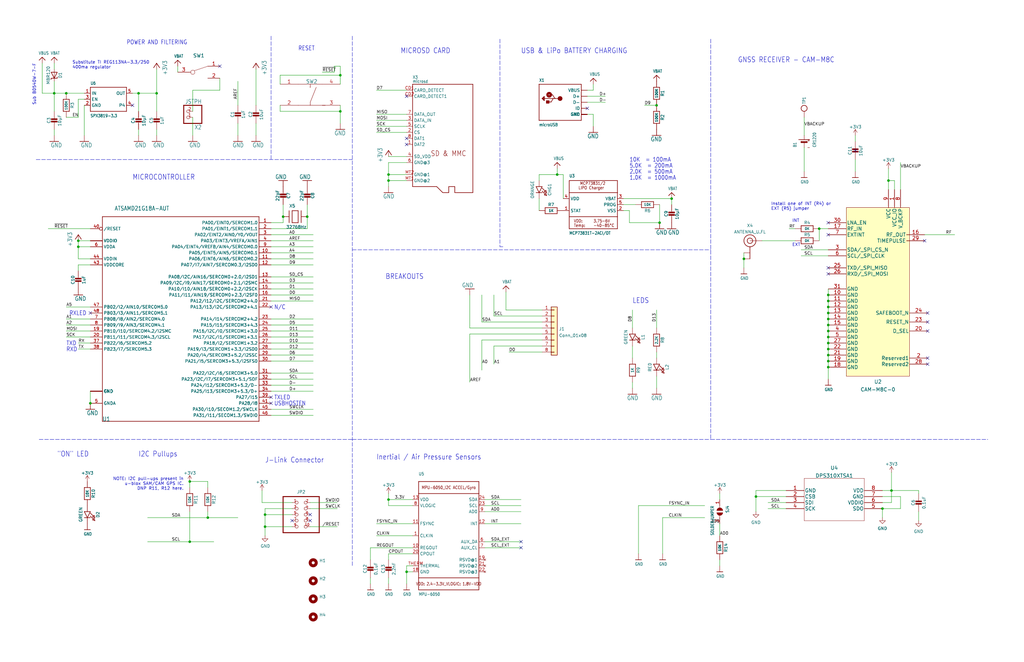
<source format=kicad_sch>
(kicad_sch (version 20211123) (generator eeschema)
  (paper "B")
  (title_block (title "Dropkick") (date "2022-01-27") (rev "V3") (company "Riley Rainey") (comment 1 "Open Hardware"))
  (junction (at 163.83 73.66))
  (junction (at 119.38 91.44))
  (junction (at 38.1 170.18))
  (junction (at 87.63 218.44))
  (junction (at 349.25 129.54))
  (junction (at 163.83 210.82))
  (junction (at 349.25 142.24))
  (junction (at 349.25 134.62))
  (junction (at 318.77 209.55))
  (junction (at 283.21 83.82))
  (junction (at 349.25 124.46))
  (junction (at 349.25 144.78))
  (junction (at 111.76 222.25))
  (junction (at 349.25 154.94))
  (junction (at 372.11 214.63))
  (junction (at 278.13 93.98))
  (junction (at 111.76 217.17))
  (junction (at 33.02 101.6))
  (junction (at 129.54 91.44))
  (junction (at 276.86 44.45))
  (junction (at 143.51 46.99))
  (junction (at 22.86 39.37))
  (junction (at 171.45 241.3))
  (junction (at 349.25 137.16))
  (junction (at 234.95 73.66))
  (junction (at 313.69 109.22))
  (junction (at 27.94 39.37))
  (junction (at 143.51 31.75))
  (junction (at 80.01 203.2))
  (junction (at 349.25 127))
  (junction (at 349.25 152.4))
  (junction (at 163.83 76.2))
  (junction (at 349.25 147.32))
  (junction (at 375.92 207.01))
  (junction (at 80.01 228.6))
  (junction (at 374.65 76.2))
  (junction (at 58.42 39.37))
  (junction (at 349.25 149.86))
  (junction (at 349.25 132.08))
  (junction (at 349.25 139.7))
  (junction (at 345.44 96.52))
  (junction (at 33.02 104.14))
  (junction (at 66.04 39.37))
  (no_connect (at 247.65 45.72))
  (no_connect (at 55.88 44.45))
  (no_connect (at 92.71 27.94))
  (no_connect (at 114.3 129.54))
  (no_connect (at 114.3 167.64))
  (no_connect (at 114.3 170.18))
  (no_connect (at 219.71 228.6))
  (no_connect (at 219.71 231.14))
  (no_connect (at 389.89 101.6))
  (no_connect (at 391.16 151.13))
  (no_connect (at 391.16 153.67))
  (no_connect (at 171.45 40.64))
  (no_connect (at 171.45 60.96))
  (no_connect (at 171.45 58.42))
  (no_connect (at 123.19 219.71))
  (no_connect (at 349.25 93.98))
  (no_connect (at 349.25 99.06))
  (no_connect (at 349.25 113.03))
  (no_connect (at 349.25 115.57))
  (no_connect (at 391.16 139.7))
  (no_connect (at 38.1 132.08))
  (no_connect (at 391.16 132.08))
  (no_connect (at 360.68 63.5))
  (no_connect (at 391.16 135.89))
  (no_connect (at 130.81 217.17))
  (no_connect (at 130.81 219.71))
  (wire (pts (xy 119.38 93.98) (xy 119.38 91.44)))
  (wire (pts (xy 349.25 134.62) (xy 349.25 137.16)))
  (wire (pts (xy 80.01 215.9) (xy 80.01 228.6)))
  (wire (pts (xy 204.47 220.98) (xy 219.71 220.98)))
  (wire (pts (xy 171.45 73.66) (xy 163.83 73.66)))
  (wire (pts (xy 227.33 76.2) (xy 227.33 73.66)))
  (wire (pts (xy 345.44 96.52) (xy 345.44 101.6)))
  (wire (pts (xy 228.6 143.51) (xy 203.2 143.51)))
  (wire (pts (xy 163.83 213.36) (xy 163.83 210.82)))
  (wire (pts (xy 204.47 210.82) (xy 219.71 210.82)))
  (wire (pts (xy 22.86 39.37) (xy 22.86 46.99)))
  (wire (pts (xy 283.21 83.82) (xy 262.89 83.82)))
  (wire (pts (xy 130.81 222.25) (xy 142.24 222.25)))
  (wire (pts (xy 132.08 144.78) (xy 114.3 144.78)))
  (wire (pts (xy 38.1 101.6) (xy 33.02 101.6)))
  (wire (pts (xy 33.02 109.22) (xy 33.02 104.14)))
  (wire (pts (xy 332.74 96.52) (xy 335.28 96.52)))
  (wire (pts (xy 66.04 54.61) (xy 66.04 57.15)))
  (wire (pts (xy 55.88 39.37) (xy 58.42 39.37)))
  (wire (pts (xy 173.99 231.14) (xy 156.21 231.14)))
  (wire (pts (xy 158.75 50.8) (xy 171.45 50.8)))
  (wire (pts (xy 114.3 109.22) (xy 132.08 109.22)))
  (wire (pts (xy 163.83 233.68) (xy 163.83 236.22)))
  (wire (pts (xy 111.76 214.63) (xy 111.76 217.17)))
  (wire (pts (xy 123.19 212.09) (xy 110.49 212.09)))
  (wire (pts (xy 375.92 207.01) (xy 387.35 207.01)))
  (wire (pts (xy 114.3 119.38) (xy 132.08 119.38)))
  (wire (pts (xy 22.86 29.21) (xy 22.86 26.67)))
  (wire (pts (xy 33.02 49.53) (xy 33.02 41.91)))
  (wire (pts (xy 208.28 133.35) (xy 208.28 124.46)))
  (wire (pts (xy 38.1 165.1) (xy 38.1 170.18)))
  (wire (pts (xy 323.85 214.63) (xy 331.47 214.63)))
  (wire (pts (xy 387.35 215.9) (xy 387.35 219.71)))
  (wire (pts (xy 123.19 217.17) (xy 111.76 217.17)))
  (wire (pts (xy 283.21 86.36) (xy 283.21 83.82)))
  (wire (pts (xy 227.33 83.82) (xy 227.33 88.9)))
  (wire (pts (xy 132.08 165.1) (xy 114.3 165.1)))
  (wire (pts (xy 163.83 76.2) (xy 163.83 78.74)))
  (wire (pts (xy 247.65 38.1) (xy 250.19 38.1)))
  (wire (pts (xy 234.95 73.66) (xy 237.49 73.66)))
  (wire (pts (xy 80.01 228.6) (xy 62.23 228.6)))
  (wire (pts (xy 198.12 124.46) (xy 198.12 138.43)))
  (wire (pts (xy 278.13 86.36) (xy 278.13 93.98)))
  (polyline (pts (xy 210.82 16.51) (xy 210.82 104.14)))
  (wire (pts (xy 173.99 233.68) (xy 163.83 233.68)))
  (wire (pts (xy 204.47 213.36) (xy 219.71 213.36)))
  (wire (pts (xy 58.42 46.99) (xy 58.42 39.37)))
  (wire (pts (xy 114.3 127) (xy 132.08 127)))
  (wire (pts (xy 375.92 212.09) (xy 372.11 212.09)))
  (wire (pts (xy 349.25 121.92) (xy 349.25 124.46)))
  (wire (pts (xy 377.19 76.2) (xy 374.65 76.2)))
  (wire (pts (xy 114.3 142.24) (xy 132.08 142.24)))
  (wire (pts (xy 360.68 57.15) (xy 360.68 59.69)))
  (wire (pts (xy 33.02 144.78) (xy 38.1 144.78)))
  (wire (pts (xy 173.99 210.82) (xy 163.83 210.82)))
  (wire (pts (xy 114.3 152.4) (xy 132.08 152.4)))
  (wire (pts (xy 228.6 138.43) (xy 198.12 138.43)))
  (wire (pts (xy 374.65 76.2) (xy 374.65 80.01)))
  (polyline (pts (xy 148.59 15.24) (xy 148.59 238.76)))
  (wire (pts (xy 262.89 86.36) (xy 267.97 86.36)))
  (wire (pts (xy 143.51 31.75) (xy 143.51 35.56)))
  (wire (pts (xy 204.47 228.6) (xy 219.71 228.6)))
  (wire (pts (xy 313.69 106.68) (xy 313.69 109.22)))
  (wire (pts (xy 349.25 149.86) (xy 349.25 152.4)))
  (wire (pts (xy 297.18 218.44) (xy 279.4 218.44)))
  (wire (pts (xy 156.21 243.84) (xy 156.21 246.38)))
  (wire (pts (xy 337.82 105.41) (xy 349.25 105.41)))
  (wire (pts (xy 90.17 228.6) (xy 80.01 228.6)))
  (wire (pts (xy 158.75 220.98) (xy 173.99 220.98)))
  (wire (pts (xy 374.65 71.12) (xy 374.65 76.2)))
  (wire (pts (xy 158.75 53.34) (xy 171.45 53.34)))
  (wire (pts (xy 303.53 236.22) (xy 303.53 238.76)))
  (wire (pts (xy 38.1 129.54) (xy 27.94 129.54)))
  (wire (pts (xy 349.25 152.4) (xy 349.25 154.94)))
  (wire (pts (xy 132.08 106.68) (xy 114.3 106.68)))
  (wire (pts (xy 318.77 207.01) (xy 331.47 207.01)))
  (wire (pts (xy 349.25 132.08) (xy 349.25 134.62)))
  (wire (pts (xy 265.43 93.98) (xy 278.13 93.98)))
  (wire (pts (xy 387.35 207.01) (xy 387.35 208.28)))
  (wire (pts (xy 123.19 214.63) (xy 111.76 214.63)))
  (wire (pts (xy 27.94 137.16) (xy 38.1 137.16)))
  (wire (pts (xy 130.81 214.63) (xy 142.24 214.63)))
  (wire (pts (xy 38.1 139.7) (xy 27.94 139.7)))
  (wire (pts (xy 114.3 104.14) (xy 132.08 104.14)))
  (wire (pts (xy 349.25 144.78) (xy 349.25 147.32)))
  (wire (pts (xy 213.36 123.19) (xy 213.36 130.81)))
  (wire (pts (xy 158.75 55.88) (xy 171.45 55.88)))
  (wire (pts (xy 266.7 146.05) (xy 266.7 151.13)))
  (wire (pts (xy 66.04 39.37) (xy 66.04 29.21)))
  (wire (pts (xy 38.1 109.22) (xy 33.02 109.22)))
  (wire (pts (xy 107.95 44.45) (xy 107.95 29.21)))
  (wire (pts (xy 87.63 205.74) (xy 87.63 203.2)))
  (wire (pts (xy 143.51 46.99) (xy 118.11 46.99)))
  (wire (pts (xy 35.56 44.45) (xy 35.56 57.15)))
  (wire (pts (xy 81.28 38.1) (xy 81.28 46.99)))
  (wire (pts (xy 158.75 38.1) (xy 171.45 38.1)))
  (wire (pts (xy 237.49 73.66) (xy 237.49 83.82)))
  (wire (pts (xy 33.02 111.76) (xy 33.02 114.3)))
  (wire (pts (xy 58.42 39.37) (xy 66.04 39.37)))
  (wire (pts (xy 33.02 41.91) (xy 35.56 41.91)))
  (wire (pts (xy 143.51 44.45) (xy 143.51 46.99)))
  (wire (pts (xy 208.28 146.05) (xy 208.28 153.67)))
  (wire (pts (xy 171.45 76.2) (xy 163.83 76.2)))
  (wire (pts (xy 22.86 54.61) (xy 22.86 57.15)))
  (wire (pts (xy 389.89 99.06) (xy 402.59 99.06)))
  (wire (pts (xy 114.3 101.6) (xy 132.08 101.6)))
  (wire (pts (xy 204.47 231.14) (xy 219.71 231.14)))
  (wire (pts (xy 173.99 241.3) (xy 171.45 241.3)))
  (wire (pts (xy 143.51 46.99) (xy 143.51 52.07)))
  (wire (pts (xy 92.71 33.02) (xy 92.71 38.1)))
  (wire (pts (xy 110.49 207.01) (xy 110.49 212.09)))
  (wire (pts (xy 17.78 26.67) (xy 17.78 39.37)))
  (wire (pts (xy 27.94 39.37) (xy 22.86 39.37)))
  (wire (pts (xy 269.24 213.36) (xy 269.24 233.68)))
  (wire (pts (xy 132.08 175.26) (xy 114.3 175.26)))
  (wire (pts (xy 66.04 39.37) (xy 66.04 46.99)))
  (wire (pts (xy 276.86 158.75) (xy 276.86 163.83)))
  (wire (pts (xy 114.3 162.56) (xy 132.08 162.56)))
  (wire (pts (xy 87.63 218.44) (xy 62.23 218.44)))
  (wire (pts (xy 114.3 149.86) (xy 132.08 149.86)))
  (wire (pts (xy 323.85 212.09) (xy 331.47 212.09)))
  (wire (pts (xy 111.76 217.17) (xy 111.76 222.25)))
  (polyline (pts (xy 121.92 67.31) (xy 148.59 67.31)))
  (wire (pts (xy 247.65 48.26) (xy 250.19 48.26)))
  (wire (pts (xy 266.7 138.43) (xy 266.7 130.81)))
  (wire (pts (xy 318.77 207.01) (xy 318.77 209.55)))
  (wire (pts (xy 262.89 88.9) (xy 265.43 88.9)))
  (wire (pts (xy 27.94 49.53) (xy 33.02 49.53)))
  (wire (pts (xy 140.97 30.48) (xy 140.97 27.94)))
  (wire (pts (xy 38.1 111.76) (xy 33.02 111.76)))
  (wire (pts (xy 87.63 215.9) (xy 87.63 218.44)))
  (wire (pts (xy 173.99 238.76) (xy 171.45 238.76)))
  (wire (pts (xy 173.99 213.36) (xy 163.83 213.36)))
  (wire (pts (xy 379.73 214.63) (xy 372.11 214.63)))
  (wire (pts (xy 100.33 52.07) (xy 100.33 57.15)))
  (wire (pts (xy 345.44 96.52) (xy 349.25 96.52)))
  (wire (pts (xy 337.82 107.95) (xy 349.25 107.95)))
  (wire (pts (xy 266.7 161.29) (xy 266.7 163.83)))
  (wire (pts (xy 114.3 99.06) (xy 132.08 99.06)))
  (wire (pts (xy 279.4 218.44) (xy 279.4 233.68)))
  (wire (pts (xy 58.42 54.61) (xy 58.42 57.15)))
  (wire (pts (xy 265.43 88.9) (xy 265.43 93.98)))
  (wire (pts (xy 80.01 203.2) (xy 87.63 203.2)))
  (wire (pts (xy 379.73 209.55) (xy 379.73 214.63)))
  (wire (pts (xy 250.19 38.1) (xy 250.19 35.56)))
  (wire (pts (xy 173.99 226.06) (xy 158.75 226.06)))
  (polyline (pts (xy 299.72 185.42) (xy 416.56 185.42)))
  (wire (pts (xy 303.53 210.82) (xy 303.53 208.28)))
  (polyline (pts (xy 299.72 16.51) (xy 299.72 185.42)))
  (wire (pts (xy 129.54 91.44) (xy 129.54 86.36)))
  (polyline (pts (xy 15.24 67.31) (xy 121.92 67.31)))
  (wire (pts (xy 163.83 66.04) (xy 171.45 66.04)))
  (wire (pts (xy 255.27 43.18) (xy 247.65 43.18)))
  (wire (pts (xy 228.6 135.89) (xy 203.2 135.89)))
  (wire (pts (xy 349.25 124.46) (xy 349.25 127)))
  (wire (pts (xy 372.11 209.55) (xy 379.73 209.55)))
  (wire (pts (xy 22.86 34.29) (xy 22.86 39.37)))
  (wire (pts (xy 377.19 80.01) (xy 377.19 76.2)))
  (wire (pts (xy 114.3 147.32) (xy 132.08 147.32)))
  (wire (pts (xy 163.83 210.82) (xy 163.83 208.28)))
  (wire (pts (xy 318.77 209.55) (xy 318.77 215.9)))
  (wire (pts (xy 111.76 222.25) (xy 111.76 226.06)))
  (wire (pts (xy 114.3 121.92) (xy 132.08 121.92)))
  (wire (pts (xy 247.65 40.64) (xy 255.27 40.64)))
  (wire (pts (xy 100.33 44.45) (xy 100.33 34.29)))
  (wire (pts (xy 100.33 218.44) (xy 87.63 218.44)))
  (wire (pts (xy 228.6 130.81) (xy 213.36 130.81)))
  (wire (pts (xy 171.45 68.58) (xy 163.83 68.58)))
  (wire (pts (xy 132.08 137.16) (xy 114.3 137.16)))
  (wire (pts (xy 35.56 39.37) (xy 27.94 39.37)))
  (wire (pts (xy 114.3 96.52) (xy 129.54 96.52)))
  (wire (pts (xy 228.6 133.35) (xy 208.28 133.35)))
  (wire (pts (xy 339.09 57.15) (xy 339.09 49.53)))
  (wire (pts (xy 114.3 172.72) (xy 132.08 172.72)))
  (polyline (pts (xy 210.82 104.14) (xy 212.09 104.14)))
  (wire (pts (xy 163.83 243.84) (xy 163.83 246.38)))
  (wire (pts (xy 143.51 27.94) (xy 143.51 31.75)))
  (wire (pts (xy 360.68 67.31) (xy 360.68 72.39)))
  (wire (pts (xy 321.31 101.6) (xy 335.28 101.6)))
  (wire (pts (xy 140.97 27.94) (xy 143.51 27.94)))
  (polyline (pts (xy 16.51 185.42) (xy 148.59 185.42)))
  (polyline (pts (xy 148.59 185.42) (xy 299.72 185.42)))
  (wire (pts (xy 214.63 148.59) (xy 228.6 148.59)))
  (wire (pts (xy 276.86 138.43) (xy 276.86 130.81)))
  (wire (pts (xy 375.92 207.01) (xy 372.11 207.01)))
  (wire (pts (xy 318.77 209.55) (xy 331.47 209.55)))
  (wire (pts (xy 349.25 142.24) (xy 349.25 144.78)))
  (wire (pts (xy 204.47 215.9) (xy 219.71 215.9)))
  (wire (pts (xy 203.2 135.89) (xy 203.2 124.46)))
  (wire (pts (xy 163.83 68.58) (xy 163.83 73.66)))
  (wire (pts (xy 129.54 96.52) (xy 129.54 91.44)))
  (wire (pts (xy 27.94 142.24) (xy 38.1 142.24)))
  (wire (pts (xy 92.71 38.1) (xy 81.28 38.1)))
  (wire (pts (xy 114.3 134.62) (xy 132.08 134.62)))
  (wire (pts (xy 80.01 203.2) (xy 80.01 205.74)))
  (wire (pts (xy 135.89 30.48) (xy 140.97 30.48)))
  (wire (pts (xy 119.38 86.36) (xy 119.38 91.44)))
  (wire (pts (xy 198.12 140.97) (xy 198.12 161.29)))
  (wire (pts (xy 379.73 68.58) (xy 379.73 80.01)))
  (wire (pts (xy 132.08 124.46) (xy 114.3 124.46)))
  (wire (pts (xy 118.11 46.99) (xy 118.11 44.45)))
  (wire (pts (xy 130.81 212.09) (xy 142.24 212.09)))
  (wire (pts (xy 114.3 111.76) (xy 132.08 111.76)))
  (polyline (pts (xy 148.59 105.41) (xy 299.72 105.41)))
  (wire (pts (xy 276.86 44.45) (xy 271.78 44.45)))
  (wire (pts (xy 375.92 207.01) (xy 375.92 212.09)))
  (wire (pts (xy 163.83 73.66) (xy 163.83 76.2)))
  (wire (pts (xy 143.51 31.75) (xy 118.11 31.75)))
  (wire (pts (xy 107.95 57.15) (xy 107.95 52.07)))
  (wire (pts (xy 349.25 139.7) (xy 349.25 142.24)))
  (wire (pts (xy 123.19 222.25) (xy 111.76 222.25)))
  (wire (pts (xy 114.3 160.02) (xy 132.08 160.02)))
  (wire (pts (xy 156.21 231.14) (xy 156.21 236.22)))
  (wire (pts (xy 313.69 109.22) (xy 313.69 113.03)))
  (wire (pts (xy 303.53 220.98) (xy 303.53 226.06)))
  (wire (pts (xy 114.3 157.48) (xy 132.08 157.48)))
  (wire (pts (xy 349.25 127) (xy 349.25 129.54)))
  (wire (pts (xy 17.78 39.37) (xy 22.86 39.37)))
  (wire (pts (xy 171.45 241.3) (xy 171.45 246.38)))
  (wire (pts (xy 81.28 57.15) (xy 81.28 49.53)))
  (wire (pts (xy 228.6 146.05) (xy 208.28 146.05)))
  (wire (pts (xy 349.25 147.32) (xy 349.25 149.86)))
  (wire (pts (xy 38.1 96.52) (xy 20.32 96.52)))
  (wire (pts (xy 38.1 134.62) (xy 27.94 134.62)))
  (wire (pts (xy 114.3 93.98) (xy 119.38 93.98)))
  (wire (pts (xy 132.08 116.84) (xy 114.3 116.84)))
  (wire (pts (xy 33.02 147.32) (xy 38.1 147.32)))
  (wire (pts (xy 228.6 140.97) (xy 198.12 140.97)))
  (wire (pts (xy 339.09 62.23) (xy 339.09 72.39)))
  (wire (pts (xy 203.2 143.51) (xy 203.2 156.21)))
  (wire (pts (xy 227.33 73.66) (xy 234.95 73.66)))
  (wire (pts (xy 372.11 214.63) (xy 372.11 218.44)))
  (wire (pts (xy 349.25 137.16) (xy 349.25 139.7)))
  (wire (pts (xy 158.75 48.26) (xy 171.45 48.26)))
  (wire (pts (xy 74.93 27.94) (xy 74.93 30.48)))
  (wire (pts (xy 38.1 104.14) (xy 33.02 104.14)))
  (wire (pts (xy 375.92 199.39) (xy 375.92 207.01)))
  (wire (pts (xy 114.3 139.7) (xy 132.08 139.7)))
  (wire (pts (xy 118.11 31.75) (xy 118.11 35.56)))
  (wire (pts (xy 234.95 71.12) (xy 234.95 73.66)))
  (wire (pts (xy 269.24 213.36) (xy 297.18 213.36)))
  (wire (pts (xy 250.19 48.26) (xy 250.19 53.34)))
  (wire (pts (xy 33.02 104.14) (xy 33.02 101.6)))
  (wire (pts (xy 171.45 238.76) (xy 171.45 241.3)))
  (wire (pts (xy 349.25 154.94) (xy 349.25 160.02)))
  (polyline (pts (xy 114.3 15.24) (xy 114.3 67.31)))
  (wire (pts (xy 349.25 129.54) (xy 349.25 132.08)))
  (wire (pts (xy 276.86 148.59) (xy 276.86 151.13)))
  (text "Install one of INT (R4) or \nEXT (R5) jumper" (at 325.12 88.9 0) (effects (font (size 1.27 1.27)) (justify left bottom)))
  (text "TXLED" (at 115.57 168.91 180) (effects (font (size 1.778 1.5113)) (justify left bottom)))
  (text "TXD" (at 27.94 146.05 180) (effects (font (size 1.778 1.5113)) (justify left bottom)))
  (text "GNSS RECEIVER - CAM-M8C" (at 311.15 26.67 180) (effects (font (size 2.1844 1.8567)) (justify left bottom)))
  (text "\"ON\" LED" (at 24.13 193.04 180) (effects (font (size 2.1844 1.8567)) (justify left bottom)))
  (text "USBHOSTEN" (at 115.57 171.45 180) (effects (font (size 1.778 1.5113)) (justify left bottom)))
  (text "RXD" (at 27.94 148.59 180) (effects (font (size 1.778 1.5113)) (justify left bottom)))
  (text "N/C" (at 115.57 130.81 180) (effects (font (size 1.778 1.5113)) (justify left bottom)))
  (text "I2C Pullups\n" (at 58.42 193.04 180) (effects (font (size 2.1844 1.8567)) (justify left bottom)))
  (text "10K  = 100mA" (at 265.43 68.58 180) (effects (font (size 1.778 1.5113)) (justify left bottom)))
  (text "INT" (at 334.01 93.98 0) (effects (font (size 1.27 1.27)) (justify left bottom)))
  (text "Inertial / Air Pressure Sensors" (at 158.75 194.31 180) (effects (font (size 2.1844 1.8567)) (justify left bottom)))
  (text "MICROCONTROLLER" (at 55.88 76.2 180) (effects (font (size 2.1844 1.8567)) (justify left bottom)))
  (text "1.0K  = 1000mA" (at 265.43 76.2 180) (effects (font (size 1.778 1.5113)) (justify left bottom)))
  (text "5.0K  = 200mA" (at 265.43 71.12 180) (effects (font (size 1.778 1.5113)) (justify left bottom)))
  (text "EXT" (at 334.01 104.14 0) (effects (font (size 1.27 1.27)) (justify left bottom)))
  (text "BREAKOUTS" (at 162.56 118.11 180) (effects (font (size 2.1844 1.8567)) (justify left bottom)))
  (text "RESET" (at 125.73 21.59 180) (effects (font (size 1.778 1.5113)) (justify left bottom)))
  (text "POWER AND FILTERING" (at 53.34 19.05 180) (effects (font (size 1.778 1.5113)) (justify left bottom)))
  (text "J-Link Connector" (at 111.76 195.58 180) (effects (font (size 2.1844 1.8567)) (justify left bottom)))
  (text "RXLED" (at 29.21 133.35 180) (effects (font (size 1.778 1.5113)) (justify left bottom)))
  (text "Substitute TI REG113NA-3.3/250\n400ma regulator\n" (at 30.48 29.21 0) (effects (font (size 1.27 1.27)) (justify left bottom)))
  (text "LEDS" (at 266.7 128.27 180) (effects (font (size 2.1844 1.8567)) (justify left bottom)))
  (text "2.0K  = 500mA" (at 265.43 73.66 180) (effects (font (size 1.778 1.5113)) (justify left bottom)))
  (text "MICROSD CARD" (at 168.91 22.86 180) (effects (font (size 2.1844 1.8567)) (justify left bottom)))
  (text "USB & LiPo BATTERY CHARGING" (at 219.71 22.86 180) (effects (font (size 2.1844 1.8567)) (justify left bottom)))
  (text "NOTE: I2C pull-ups present in\nu-blox SAM/CAM GPS IC.\nDNP R11, R12 here." (at 77.47 207.01 0) (effects (font (size 1.27 1.27)) (justify right bottom)))
  (text "Sub B0540W-7-F" (at 15.24 44.45 90) (effects (font (size 1.27 1.27)) (justify left bottom)))
  (label "D3" (at 121.92 119.38 0) (effects (font (size 1.2446 1.2446))))
  (label "D6" (at 121.92 149.86 0) (effects (font (size 1.2446 1.2446))))
  (label "EN" (at 30.48 49.53 0) (effects (font (size 1.2446 1.2446))))
  (label "D8" (at 121.92 109.22 0) (effects (font (size 1.2446 1.2446))))
  (label "D13" (at 121.92 142.24 0) (effects (font (size 1.2446 1.2446))))
  (label "SDA" (at 325.12 212.09 0) (effects (font (size 1.2446 1.2446))))
  (label "3.3V" (at 166.37 210.82 0) (effects (font (size 1.2446 1.2446))))
  (label "RX" (at 33.02 144.78 0))
  (label "FSYNC_IN" (at 281.94 213.36 0) (effects (font (size 1.2446 1.2446))))
  (label "SWDIO" (at 121.92 175.26 0) (effects (font (size 1.2446 1.2446))))
  (label "D12" (at 121.92 147.32 0) (effects (font (size 1.2446 1.2446))))
  (label "D11" (at 121.92 139.7 0) (effects (font (size 1.2446 1.2446))))
  (label "AD0" (at 207.01 215.9 0) (effects (font (size 1.2446 1.2446))))
  (label "~{RESET}" (at 22.86 96.52 0) (effects (font (size 1.2446 1.2446))))
  (label "A3" (at 121.92 104.14 0) (effects (font (size 1.2446 1.2446))))
  (label "AREF" (at 121.92 101.6 0) (effects (font (size 1.2446 1.2446))))
  (label "CLKIN" (at 158.75 226.06 0) (effects (font (size 1.2446 1.2446))))
  (label "SCK" (at 158.75 53.34 0) (effects (font (size 1.2446 1.2446))))
  (label "MOSI" (at 158.75 50.8 0) (effects (font (size 1.2446 1.2446))))
  (label "A4" (at 121.92 106.68 0) (effects (font (size 1.2446 1.2446))))
  (label "A0" (at 121.92 99.06 0) (effects (font (size 1.2446 1.2446))))
  (label "SDA" (at 207.01 210.82 0) (effects (font (size 1.2446 1.2446))))
  (label "D13" (at 276.86 135.89 90) (effects (font (size 1.2446 1.2446))))
  (label "SDA" (at 72.39 218.44 0) (effects (font (size 1.2446 1.2446))))
  (label "CPOUT" (at 163.83 233.68 0) (effects (font (size 1.2446 1.2446))))
  (label "D-" (at 121.92 162.56 0) (effects (font (size 1.2446 1.2446))))
  (label "D7" (at 121.92 152.4 0) (effects (font (size 1.2446 1.2446))))
  (label "~{RESET}" (at 135.89 30.48 0) (effects (font (size 1.2446 1.2446))))
  (label "D9" (at 271.78 44.45 0) (effects (font (size 1.2446 1.2446))))
  (label "D+" (at 252.73 40.64 0) (effects (font (size 1.2446 1.2446))))
  (label "D-" (at 252.73 43.18 0) (effects (font (size 1.2446 1.2446))))
  (label "AREF" (at 100.33 41.91 90) (effects (font (size 1.2446 1.2446))))
  (label "SD_CS" (at 121.92 116.84 0) (effects (font (size 1.2446 1.2446))))
  (label "{slash}RESET" (at 135.89 222.25 0))
  (label "SWDIO" (at 137.16 212.09 0))
  (label "SDA" (at 339.09 105.41 0))
  (label "AD0" (at 303.53 226.06 0) (effects (font (size 1.2446 1.2446))))
  (label "REGOUT" (at 158.75 231.14 0) (effects (font (size 1.2446 1.2446))))
  (label "MOSI" (at 27.94 139.7 0) (effects (font (size 1.2446 1.2446))))
  (label "SCL" (at 339.09 107.95 0))
  (label "MISO" (at 158.75 48.26 0) (effects (font (size 1.2446 1.2446))))
  (label "SD_CS" (at 158.75 55.88 0) (effects (font (size 1.2446 1.2446))))
  (label "SWCLK" (at 137.16 214.63 0))
  (label "D0" (at 121.92 124.46 0) (effects (font (size 1.2446 1.2446))))
  (label "RF" (at 398.78 99.06 0))
  (label "VBACKUP" (at 379.73 71.12 0) (effects (font (size 1.2446 1.2446))))
  (label "VBACKUP" (at 339.09 53.34 0) (effects (font (size 1.2446 1.2446))))
  (label "D1" (at 121.92 121.92 0) (effects (font (size 1.2446 1.2446))))
  (label "A0" (at 203.2 153.67 0))
  (label "SCL" (at 121.92 160.02 0) (effects (font (size 1.2446 1.2446))))
  (label "D2" (at 121.92 134.62 0) (effects (font (size 1.2446 1.2446))))
  (label "SDA" (at 121.92 157.48 0) (effects (font (size 1.2446 1.2446))))
  (label "RF" (at 332.74 96.52 0))
  (label "TX" (at 33.02 147.32 0))
  (label "D+" (at 121.92 165.1 0) (effects (font (size 1.2446 1.2446))))
  (label "D5" (at 121.92 137.16 0) (effects (font (size 1.2446 1.2446))))
  (label "SCK" (at 27.94 142.24 0) (effects (font (size 1.2446 1.2446))))
  (label "SCL" (at 72.39 228.6 0) (effects (font (size 1.2446 1.2446))))
  (label "SWCLK" (at 121.92 172.72 0) (effects (font (size 1.2446 1.2446))))
  (label "SDA_EXT" (at 207.01 228.6 0) (effects (font (size 1.2446 1.2446))))
  (label "CLKIN" (at 281.94 218.44 0) (effects (font (size 1.2446 1.2446))))
  (label "D8" (at 266.7 135.89 90) (effects (font (size 1.2446 1.2446))))
  (label "A2" (at 27.94 137.16 0) (effects (font (size 1.2446 1.2446))))
  (label "A1" (at 27.94 134.62 0) (effects (font (size 1.2446 1.2446))))
  (label "A5" (at 27.94 129.54 0) (effects (font (size 1.2446 1.2446))))
  (label "FSYNC_IN" (at 158.75 220.98 0) (effects (font (size 1.2446 1.2446))))
  (label "SDA" (at 203.2 135.89 0))
  (label "D7" (at 158.75 38.1 0) (effects (font (size 1.2446 1.2446))))
  (label "AD0" (at 303.53 220.98 180) (effects (font (size 1.2446 1.2446))))
  (label "SCL_EXT" (at 207.01 231.14 0) (effects (font (size 1.2446 1.2446))))
  (label "D0" (at 214.63 148.59 0))
  (label "SCL" (at 325.12 214.63 0) (effects (font (size 1.2446 1.2446))))
  (label "INT" (at 207.01 220.98 0) (effects (font (size 1.2446 1.2446))))
  (label "SCL" (at 207.01 213.36 0) (effects (font (size 1.2446 1.2446))))
  (label "A1" (at 208.28 153.67 0))
  (label "MISO" (at 121.92 127 0) (effects (font (size 1.2446 1.2446))))
  (label "D9" (at 121.92 111.76 0) (effects (font (size 1.2446 1.2446))))
  (label "AREF" (at 198.12 161.29 0))
  (label "SCL" (at 208.28 133.35 0))
  (label "D10" (at 121.92 144.78 0) (effects (font (size 1.2446 1.2446))))
  (symbol (lib_id "Adafruit Feather M0 Adalogger-eagle-import:GND") (at 198.12 121.92 180) (unit 1)
    (property "Reference" "#U$0101" (effects hide))
    (property "Value" "GND" (at 199.644 119.38 0) (effects (font (size 1.778 1.5113)) (justify left bottom)))
  )
  (symbol (lib_id "power:+3V3") (at 163.83 208.28 0) (unit 1)
    (property "Reference" "#PWR0108" (effects hide))
    (property "Value" "+3V3" (at 163.83 204.6755 0))
  )
  (symbol (lib_id "Adafruit Feather M0 Adalogger-eagle-import:GND") (at 81.28 59.69 0) (unit 1)
    (property "Reference" "#U$011" (effects hide))
    (property "Value" "GND" (at 79.756 62.23 0) (effects (font (size 1.778 1.5113)) (justify left bottom)))
  )
  (symbol (lib_id "Adafruit MPU6050-eagle-import:GND") (at 156.21 248.92 0) (unit 1)
    (property "Reference" "#U$043" (effects hide))
    (property "Value" "GND" (at 154.686 251.46 0) (effects (font (size 1.27 1.0795)) (justify left bottom)))
  )
  (symbol (lib_id "Mechanical:MountingHole") (at 132.08 245.11 0) (unit 1)
    (property "Reference" "H2" (at 134.62 244.2015 0) (effects (justify left)))
    (property "Value" "MountingHole" (effects hide))
    (property "Footprint" "logger:MOUNTINGHOLE_2.5_PLATED" (effects hide))
  )
  (symbol (lib_id "Adafruit Ultimate GPS FeatherWing-eagle-import:GND") (at 360.68 74.93 0) (unit 1)
    (property "Reference" "#U$029" (effects hide))
    (property "Value" "GND" (at 359.156 77.47 0) (effects (font (size 1.27 1.0795)) (justify left bottom)))
  )
  (symbol (lib_id "Adafruit Feather M0 Adalogger-eagle-import:RESISTOR_0603_NOOUT") (at 276.86 143.51 270) (unit 1)
    (property "Reference" "R8" (at 279.4 143.51 0))
    (property "Value" "2.2K" (at 276.86 143.51 0) (effects (font (size 1.016 1.016) bold)))
    (property "Footprint" "Resistor_SMD:R_0603_1608Metric" (effects hide))
  )
  (symbol (lib_id "Adafruit MPU6050-eagle-import:RESISTOR_0603_NOOUT") (at 303.53 231.14 270) (unit 1)
    (property "Reference" "R14" (at 306.07 231.14 0))
    (property "Value" "10K" (at 303.53 231.14 0) (effects (font (size 1.016 1.016) bold)))
    (property "Footprint" "Resistor_SMD:R_0603_1608Metric" (effects hide))
  )
  (symbol (lib_id "Adafruit Feather M0 Adalogger-eagle-import:GND") (at 129.54 76.2 180) (unit 1)
    (property "Reference" "#U$017" (effects hide))
    (property "Value" "GND" (at 131.064 73.66 0) (effects (font (size 1.778 1.5113)) (justify left bottom)))
  )
  (symbol (lib_id "Adafruit Feather M0 Adalogger-eagle-import:GND") (at 119.38 76.2 180) (unit 1)
    (property "Reference" "#U$016" (effects hide))
    (property "Value" "GND" (at 120.904 73.66 0) (effects (font (size 1.778 1.5113)) (justify left bottom)))
  )
  (symbol (lib_id "Adafruit Feather M0 Adalogger-eagle-import:GND") (at 33.02 124.46 0) (unit 1)
    (property "Reference" "#U$025" (effects hide))
    (property "Value" "GND" (at 31.496 127 0) (effects (font (size 1.778 1.5113)) (justify left bottom)))
  )
  (symbol (lib_id "Adafruit MPU6050-eagle-import:SOLDERJUMPER") (at 303.53 215.9 270) (unit 1)
    (property "Reference" "SJ4" (at 306.07 213.36 0) (effects (font (size 1.27 1.0795)) (justify left bottom)))
    (property "Value" "SOLDERJUMPER" (at 299.72 213.36 0) (effects (font (size 1.27 1.0795)) (justify left bottom)))
    (property "Footprint" "Resistor_SMD:R_0603_1608Metric" (effects hide))
  )
  (symbol (lib_id "Adafruit Ultimate GPS FeatherWing-eagle-import:GND") (at 349.25 162.56 0) (unit 1)
    (property "Reference" "#U$022" (effects hide))
    (property "Value" "GND" (at 347.726 165.1 0) (effects (font (size 1.27 1.0795)) (justify left bottom)))
  )
  (symbol (lib_id "Adafruit MPU6050-eagle-import:GND") (at 36.83 223.52 0) (unit 1)
    (property "Reference" "#U$032" (effects hide))
    (property "Value" "GND" (at 35.306 226.06 0) (effects (font (size 1.27 1.0795)) (justify left bottom)))
  )
  (symbol (lib_id "Adafruit MPU6050-eagle-import:CAP_CERAMIC0603_NO") (at 156.21 241.3 0) (unit 1)
    (property "Reference" "C12" (at 153.92 240.05 90))
    (property "Value" "0.1uF" (at 158.51 240.05 90))
    (property "Footprint" "Capacitor_SMD:C_0603_1608Metric" (effects hide))
  )
  (symbol (lib_id "Adafruit Feather M0 Adalogger-eagle-import:CON_JST_PH_2PIN") (at 78.74 46.99 180) (unit 1)
    (property "Reference" "X2" (at 85.09 52.705 0) (effects (font (size 1.778 1.5113)) (justify left bottom)))
    (property "Value" "JSTPH" (at 85.09 41.91 0) (effects (font (size 1.778 1.5113)) (justify left bottom)))
    (property "Footprint" "JSTPH2" (effects hide))
  )
  (symbol (lib_id "Adafruit Feather M0 Adalogger-eagle-import:GND") (at 66.04 59.69 0) (unit 1)
    (property "Reference" "#U$010" (effects hide))
    (property "Value" "GND" (at 64.516 62.23 0) (effects (font (size 1.778 1.5113)) (justify left bottom)))
  )
  (symbol (lib_id "Adafruit Feather M0 Adalogger-eagle-import:CAP_CERAMIC0603_NO") (at 129.54 81.28 180) (unit 1)
    (property "Reference" "C8" (at 131.83 82.53 90))
    (property "Value" "22pF" (at 127.24 82.53 90))
    (property "Footprint" "Capacitor_SMD:C_0603_1608Metric" (effects hide))
  )
  (symbol (lib_id "Adafruit Feather M0 Adalogger-eagle-import:USB_MICRO_20329_V2") (at 237.49 43.18 0) (unit 1)
    (property "Reference" "X1" (at 227.33 34.544 0) (effects (font (size 1.27 1.0795)) (justify left bottom)))
    (property "Value" "microUSB" (at 227.33 53.34 0) (effects (font (size 1.27 1.0795)) (justify left bottom)))
    (property "Footprint" "4UCONN_20329_V2" (effects hide))
  )
  (symbol (lib_id "Adafruit MPU6050-eagle-import:RESISTOR_0603_NOOUT") (at 87.63 210.82 270) (unit 1)
    (property "Reference" "R12" (at 90.17 210.82 0))
    (property "Value" "10K" (at 87.63 210.82 0) (effects (font (size 1.016 1.016) bold)))
    (property "Footprint" "Resistor_SMD:R_0603_1608Metric" (effects hide))
  )
  (symbol (lib_id "Adafruit Feather M0 Adalogger-eagle-import:GND") (at 58.42 59.69 0) (unit 1)
    (property "Reference" "#U$09" (effects hide))
    (property "Value" "GND" (at 56.896 62.23 0) (effects (font (size 1.778 1.5113)) (justify left bottom)))
  )
  (symbol (lib_id "Adafruit Ultimate GPS FeatherWing-eagle-import:GND") (at 339.09 74.93 0) (unit 1)
    (property "Reference" "#U$015" (effects hide))
    (property "Value" "GND" (at 337.566 77.47 0) (effects (font (size 1.27 1.0795)) (justify left bottom)))
  )
  (symbol (lib_id "Connector_Generic:Conn_01x08") (at 233.68 138.43 0) (unit 1)
    (property "Reference" "J1" (at 235.712 138.7915 0) (effects (justify left)))
    (property "Value" "Conn_01x08" (at 235.712 141.5666 0) (effects (justify left)))
    (property "Footprint" "Connector_PinHeader_2.54mm:PinHeader_1x08_P2.54mm_Vertical" (effects hide))
  )
  (symbol (lib_id "Adafruit Feather M0 Adalogger-eagle-import:LED0805_NOOUTLINE") (at 227.33 81.28 270) (unit 1)
    (property "Reference" "CHG1" (at 231.775 80.01 0))
    (property "Value" "ORANGE" (at 224.536 80.01 0))
    (property "Footprint" "CHIPLED_0805_NOOUTLINE" (effects hide))
  )
  (symbol (lib_id "Adafruit Feather M0 Adalogger-eagle-import:GND") (at 100.33 59.69 0) (mirror y) (unit 1)
    (property "Reference" "#GND04" (effects hide))
    (property "Value" "GND" (at 102.87 62.23 0) (effects (font (size 1.778 1.5113)) (justify left bottom)))
  )
  (symbol (lib_id "Adafruit Feather M0 Adalogger-eagle-import:VBUS") (at 250.19 33.02 0) (unit 1)
    (property "Reference" "#U$05" (effects hide))
    (property "Value" "VBUS" (at 248.666 32.004 0) (effects (font (size 1.27 1.0795)) (justify left bottom)))
  )
  (symbol (lib_id "Adafruit Feather M0 Adalogger-eagle-import:CAP_CERAMIC0805-NOOUTLINE") (at 283.21 91.44 0) (unit 1)
    (property "Reference" "C9" (at 280.92 90.19 90))
    (property "Value" "10µF" (at 285.51 90.19 90))
    (property "Footprint" "Capacitor_SMD:C_0805_2012Metric" (effects hide))
  )
  (symbol (lib_id "Adafruit Ultimate GPS FeatherWing-eagle-import:GND") (at 313.69 115.57 0) (unit 1)
    (property "Reference" "#U$013" (effects hide))
    (property "Value" "GND" (at 312.166 118.11 0) (effects (font (size 1.27 1.0795)) (justify left bottom)))
  )
  (symbol (lib_id "Adafruit Feather M0 Adalogger-eagle-import:+3V3") (at 163.83 63.5 0) (unit 1)
    (property "Reference" "#+3V03" (effects hide))
    (property "Value" "+3V3" (at 161.29 68.58 90) (effects (font (size 1.778 1.5113)) (justify left bottom)))
  )
  (symbol (lib_id "Adafruit Feather M0 Adalogger-eagle-import:CAP_CERAMIC0805-NOOUTLINE") (at 107.95 49.53 0) (unit 1)
    (property "Reference" "C2" (at 105.66 48.28 90))
    (property "Value" "10uF" (at 110.25 48.28 90))
    (property "Footprint" "Capacitor_SMD:C_0805_2012Metric" (effects hide))
  )
  (symbol (lib_id "Adafruit Feather M0 Adalogger-eagle-import:RESISTOR_0603_NOOUT") (at 273.05 86.36 0) (unit 1)
    (property "Reference" "R6" (at 273.05 88.9 0))
    (property "Value" "10K" (at 273.05 86.36 0) (effects (font (size 1.016 1.016) bold)))
    (property "Footprint" "Resistor_SMD:R_0603_1608Metric" (effects hide))
  )
  (symbol (lib_id "Adafruit Feather M0 Adalogger-eagle-import:MICROSD") (at 186.69 55.88 0) (unit 1)
    (property "Reference" "X3" (at 173.99 33.274 0) (effects (font (size 1.27 1.0795)) (justify left bottom)))
    (property "Value" "microsd" (at 173.99 35.052 0) (effects (font (size 1.27 1.0795)) (justify left bottom)))
    (property "Footprint" "MICROSD" (effects hide))
  )
  (symbol (lib_id "Adafruit MPU6050-eagle-import:GND") (at 303.53 241.3 0) (unit 1)
    (property "Reference" "#U$041" (effects hide))
    (property "Value" "GND" (at 302.006 243.84 0) (effects (font (size 1.27 1.0795)) (justify left bottom)))
  )
  (symbol (lib_id "Adafruit Feather M0 Adalogger-eagle-import:MCP73831{slash}2") (at 250.19 86.36 0) (unit 1)
    (property "Reference" "U3" (at 240.03 74.93 0) (effects (font (size 1.27 1.0795)) (justify left bottom)))
    (property "Value" "MCP73831T-2ACI/OT" (at 240.03 99.06 0) (effects (font (size 1.27 1.0795)) (justify left bottom)))
    (property "Footprint" "SOT23-5" (effects hide))
    (property "Datasheet" "https://www.mouser.com/datasheet/2/268/MCHP_S_A0010728890_1-2521060.pdf" (effects hide))
  )
  (symbol (lib_id "Adafruit Feather M0 Adalogger-eagle-import:GND") (at 38.1 172.72 0) (unit 1)
    (property "Reference" "#U$030" (effects hide))
    (property "Value" "GND" (at 36.576 175.26 0) (effects (font (size 1.778 1.5113)) (justify left bottom)))
  )
  (symbol (lib_id "Mechanical:MountingHole") (at 132.08 252.73 0) (unit 1)
    (property "Reference" "H3" (at 134.62 251.8215 0) (effects (justify left)))
    (property "Value" "MountingHole" (effects hide))
    (property "Footprint" "logger:MOUNTINGHOLE_2.5_PLATED" (effects hide))
  )
  (symbol (lib_id "Adafruit Feather M0 Adalogger-eagle-import:VBAT") (at 213.36 120.65 0) (unit 1)
    (property "Reference" "#U$?" (effects hide))
    (property "Value" "VBAT" (at 211.836 119.634 0) (effects (font (size 1.27 1.0795)) (justify left bottom)))
  )
  (symbol (lib_id "Adafruit Feather M0 Adalogger-eagle-import:RESISTOR_0603_NOOUT") (at 276.86 49.53 270) (unit 1)
    (property "Reference" "R2" (at 279.4 49.53 0))
    (property "Value" "100K" (at 276.86 49.53 0) (effects (font (size 1.016 1.016) bold)))
    (property "Footprint" "Resistor_SMD:R_0603_1608Metric" (effects hide))
  )
  (symbol (lib_id "Adafruit Feather M0 Adalogger-eagle-import:VREG_SOT23-5") (at 45.72 41.91 0) (unit 1)
    (property "Reference" "U6" (at 38.1 35.814 0) (effects (font (size 1.27 1.0795)) (justify left bottom)))
    (property "Value" "SPX3819-3.3" (at 38.1 49.53 0) (effects (font (size 1.27 1.0795)) (justify left bottom)))
    (property "Footprint" "SOT23-5" (effects hide))
    (property "Datasheet" "https://assets.maxlinear.com/web/documents/spx3819.pdf" (effects hide))
  )
  (symbol (lib_id "Adafruit Feather M0 Adalogger-eagle-import:GND") (at 107.95 59.69 0) (unit 1)
    (property "Reference" "#U$012" (effects hide))
    (property "Value" "GND" (at 106.426 62.23 0) (effects (font (size 1.778 1.5113)) (justify left bottom)))
  )
  (symbol (lib_id "power:+3V3") (at 110.49 207.01 0) (unit 1)
    (property "Reference" "#PWR0109" (effects hide))
    (property "Value" "+3V3" (at 110.49 203.4055 0))
  )
  (symbol (lib_id "power:+3V3") (at 80.01 203.2 0) (unit 1)
    (property "Reference" "#PWR0110" (effects hide))
    (property "Value" "+3V3" (at 80.01 199.5955 0))
  )
  (symbol (lib_id "power:+3V3") (at 36.83 203.2 0) (unit 1)
    (property "Reference" "#PWR0111" (effects hide))
    (property "Value" "+3V3" (at 36.83 199.5955 0))
  )
  (symbol (lib_id "Adafruit Feather M0 Adalogger-eagle-import:GND") (at 143.51 54.61 0) (unit 1)
    (property "Reference" "#GND01" (effects hide))
    (property "Value" "GND" (at 140.97 57.15 0) (effects (font (size 1.778 1.5113)) (justify left bottom)))
  )
  (symbol (lib_id "Adafruit Feather M0 Adalogger-eagle-import:RESISTOR_0603_NOOUT") (at 340.36 96.52 0) (unit 1)
    (property "Reference" "R4" (at 340.36 93.98 0))
    (property "Value" "0K" (at 340.36 96.52 0) (effects (font (size 1.016 1.016) bold)))
    (property "Footprint" "Resistor_SMD:R_0603_1608Metric" (effects hide))
  )
  (symbol (lib_id "Adafruit Feather M0 Adalogger-eagle-import:+3V3") (at 33.02 99.06 0) (unit 1)
    (property "Reference" "#+3V04" (effects hide))
    (property "Value" "+3V3" (at 30.48 104.14 90) (effects (font (size 1.778 1.5113)) (justify left bottom)))
  )
  (symbol (lib_id "Adafruit MPU6050-eagle-import:CAP_CERAMIC0603_NO") (at 387.35 213.36 0) (unit 1)
    (property "Reference" "C6" (at 385.06 212.11 90))
    (property "Value" "0.1uF" (at 389.65 212.11 90))
    (property "Footprint" "Capacitor_SMD:C_0603_1608Metric" (effects hide))
  )
  (symbol (lib_id "Adafruit MPU6050-eagle-import:LED0603_NOOUTLINE") (at 36.83 218.44 270) (unit 1)
    (property "Reference" "D2" (at 41.275 217.17 0))
    (property "Value" "GREEN" (at 34.036 217.17 0))
    (property "Footprint" "CHIPLED_0603_NOOUTLINE" (effects hide))
  )
  (symbol (lib_id "Adafruit MPU6050-eagle-import:GND") (at 171.45 248.92 0) (unit 1)
    (property "Reference" "#U$045" (effects hide))
    (property "Value" "GND" (at 169.926 251.46 0) (effects (font (size 1.27 1.0795)) (justify left bottom)))
  )
  (symbol (lib_id "power:+3V3") (at 374.65 71.12 0) (unit 1)
    (property "Reference" "#PWR0105" (effects hide))
    (property "Value" "+3V3" (at 374.65 67.5155 0))
  )
  (symbol (lib_id "Adafruit Feather M0 Adalogger-eagle-import:ATSAMD21J_QFN") (at 63.5 129.54 0) (unit 1)
    (property "Reference" "U1" (at 43.18 177.8 0) (effects (font (size 1.778 1.5113)) (justify left bottom)))
    (property "Value" " ATSAMD21G18A-AUT" (at 48.26 88.9 0) (effects (font (size 1.778 1.5113)) (justify left bottom)))
    (property "Footprint" "logger:ATSAMD21G15B-AU" (effects hide))
  )
  (symbol (lib_id "Adafruit Ultimate GPS FeatherWing-eagle-import:ANTENNA_U.FL") (at 316.23 101.6 0) (unit 1)
    (property "Reference" "X4" (at 316.23 95.1738 0))
    (property "Value" "ANTENNA_U.FL" (at 316.23 97.8771 0))
    (property "Footprint" "lib_fr:U.FL" (effects hide))
    (property "Datasheet" "https://media.digikey.com/pdf/Data%20Sheets/Hirose%20PDFs/UFL%20Series.pdf" (effects hide))
  )
  (symbol (lib_id "Adafruit Feather M0 Adalogger-eagle-import:GND") (at 22.86 59.69 0) (unit 1)
    (property "Reference" "#U$07" (effects hide))
    (property "Value" "GND" (at 21.336 62.23 0) (effects (font (size 1.778 1.5113)) (justify left bottom)))
  )
  (symbol (lib_id "power:+3V3") (at 303.53 208.28 0) (unit 1)
    (property "Reference" "#PWR0107" (effects hide))
    (property "Value" "+3V3" (at 303.53 204.6755 0))
  )
  (symbol (lib_id "dropkick:450405020524") (at 74.93 30.48 0) (unit 1)
    (property "Reference" "SW1" (at 83.82 23.4725 0) (effects (font (size 1.524 1.524))))
    (property "Value" "450405020524" (effects hide))
    (property "Footprint" "logger:450405020524" (effects hide))
  )
  (symbol (lib_id "Adafruit Feather M0 Adalogger-eagle-import:+3V3") (at 107.95 26.67 0) (mirror y) (unit 1)
    (property "Reference" "#+3V02" (effects hide))
    (property "Value" "+3V3" (at 110.49 31.75 90) (effects (font (size 1.778 1.5113)) (justify left bottom)))
  )
  (symbol (lib_id "Adafruit Feather M0 Adalogger-eagle-import:GND") (at 266.7 166.37 0) (mirror y) (unit 1)
    (property "Reference" "#GND07" (effects hide))
    (property "Value" "GND" (at 269.24 168.91 0) (effects (font (size 1.778 1.5113)) (justify left bottom)))
  )
  (symbol (lib_id "Adafruit Ultimate GPS FeatherWing-eagle-import:CAP_CERAMIC0805-NOOUTLINE") (at 360.68 64.77 0) (unit 1)
    (property "Reference" "C11" (at 358.39 63.52 90))
    (property "Value" "10uF" (at 362.98 63.52 90))
    (property "Footprint" "Capacitor_SMD:C_0805_2012Metric" (effects hide))
  )
  (symbol (lib_id "Adafruit Feather M0 Adalogger-eagle-import:VBUS") (at 234.95 68.58 0) (unit 1)
    (property "Reference" "#U$014" (effects hide))
    (property "Value" "VBUS" (at 233.426 67.564 0) (effects (font (size 1.27 1.0795)) (justify left bottom)))
  )
  (symbol (lib_id "dropkick:CAM-M8C-0") (at 356.87 87.63 0) (unit 1)
    (property "Reference" "U2" (at 370.205 161.1007 0) (effects (font (size 1.524 1.524))))
    (property "Value" "CAM-M8C-0" (at 370.205 164.3797 0) (effects (font (size 1.524 1.524))))
    (property "Footprint" "lib_fr:CAM-M8C-0" (effects hide))
  )
  (symbol (lib_id "Adafruit Feather M0 Adalogger-eagle-import:CAP_CERAMIC0603_NO") (at 100.33 49.53 0) (unit 1)
    (property "Reference" "C1" (at 98.04 48.28 90))
    (property "Value" "1uF" (at 102.63 48.28 90))
    (property "Footprint" "Capacitor_SMD:C_0603_1608Metric" (effects hide))
  )
  (symbol (lib_id "Adafruit Feather M0 Adalogger-eagle-import:GND") (at 163.83 81.28 0) (mirror y) (unit 1)
    (property "Reference" "#GND05" (effects hide))
    (property "Value" "GND" (at 166.37 83.82 0) (effects (font (size 1.778 1.5113)) (justify left bottom)))
  )
  (symbol (lib_id "power:+3V3") (at 375.92 199.39 0) (unit 1)
    (property "Reference" "#PWR0103" (effects hide))
    (property "Value" "+3V3" (at 375.92 195.7855 0))
  )
  (symbol (lib_id "power:+3V3") (at 360.68 57.15 0) (unit 1)
    (property "Reference" "#PWR0104" (effects hide))
    (property "Value" "+3V3" (at 360.68 53.5455 0))
  )
  (symbol (lib_id "Adafruit Feather M0 Adalogger-eagle-import:RESISTOR_0603_NOOUT") (at 340.36 101.6 0) (unit 1)
    (property "Reference" "R5" (at 340.36 99.06 0))
    (property "Value" "0K" (at 340.36 101.6 0) (effects (font (size 1.016 1.016) bold)))
    (property "Footprint" "Resistor_SMD:R_0603_1608Metric" (effects hide))
  )
  (symbol (lib_id "Adafruit Feather M0 Adalogger-eagle-import:GND") (at 276.86 57.15 0) (unit 1)
    (property "Reference" "#GND02" (effects hide))
    (property "Value" "GND" (at 274.32 59.69 0) (effects (font (size 1.778 1.5113)) (justify left bottom)))
  )
  (symbol (lib_id "Adafruit Feather M0 Adalogger-eagle-import:VBAT") (at 283.21 81.28 0) (unit 1)
    (property "Reference" "#U$018" (effects hide))
    (property "Value" "VBAT" (at 281.686 80.264 0) (effects (font (size 1.27 1.0795)) (justify left bottom)))
  )
  (symbol (lib_id "Adafruit Feather M0 Adalogger-eagle-import:XTAL-3.2X1.5") (at 124.46 91.44 0) (unit 1)
    (property "Reference" "X5" (at 121.92 87.63 0) (effects (justify left bottom)))
    (property "Value" "32768Hz" (at 120.65 96.52 0) (effects (justify left bottom)))
    (property "Footprint" "XTAL3215" (effects hide))
  )
  (symbol (lib_id "Adafruit Feather M0 Adalogger-eagle-import:+3V3") (at 66.04 26.67 0) (mirror y) (unit 1)
    (property "Reference" "#+3V01" (effects hide))
    (property "Value" "+3V3" (at 68.58 31.75 90) (effects (font (size 1.778 1.5113)) (justify left bottom)))
  )
  (symbol (lib_id "power:GND") (at 372.11 218.44 0) (unit 1)
    (property "Reference" "#PWR0102" (effects hide))
    (property "Value" "GND" (at 372.11 223.0025 0))
  )
  (symbol (lib_id "Adafruit MPU6050-eagle-import:MPU-6050") (at 189.23 226.06 0) (unit 1)
    (property "Reference" "U5" (at 176.53 200.66 0) (effects (font (size 1.27 1.0795)) (justify left bottom)))
    (property "Value" "MPU-6050" (at 176.53 251.46 0) (effects (font (size 1.27 1.0795)) (justify left bottom)))
    (property "Footprint" "QFN24_4MM_SMSC" (effects hide))
  )
  (symbol (lib_id "Adafruit Feather M0 Adalogger-eagle-import:CAP_CERAMIC0603_NO") (at 66.04 52.07 0) (unit 1)
    (property "Reference" "C5" (at 63.75 50.82 90))
    (property "Value" "1uF" (at 68.34 50.82 90))
    (property "Footprint" "Capacitor_SMD:C_0603_1608Metric" (effects hide))
  )
  (symbol (lib_id "Adafruit Ultimate GPS FeatherWing-eagle-import:BATTERYCR1220_2") (at 339.09 59.69 90) (unit 1)
    (property "Reference" "B1" (at 335.915 62.23 0) (effects (font (size 1.27 1.0795)) (justify left bottom)))
    (property "Value" "CR1220" (at 344.17 62.23 0) (effects (font (size 1.27 1.0795)) (justify left bottom)))
    (property "Footprint" "CR1220-2" (effects hide))
  )
  (symbol (lib_id "Adafruit Feather M0 Adalogger-eagle-import:RESISTOR_0603_NOOUT") (at 266.7 156.21 270) (unit 1)
    (property "Reference" "R9" (at 269.24 156.21 0))
    (property "Value" "1K" (at 266.7 156.21 0) (effects (font (size 1.016 1.016) bold)))
    (property "Footprint" "Resistor_SMD:R_0603_1608Metric" (effects hide))
  )
  (symbol (lib_id "power:GND") (at 387.35 219.71 0) (unit 1)
    (property "Reference" "#PWR01" (effects hide))
    (property "Value" "GND" (at 387.35 224.2725 0))
  )
  (symbol (lib_id "Adafruit Feather M0 Adalogger-eagle-import:DIODE-SCHOTTKYSOD-123") (at 22.86 31.75 270) (unit 1)
    (property "Reference" "D1" (at 25.4 31.75 0))
    (property "Value" "MBR120" (at 20.36 31.75 0))
    (property "Footprint" "SOD-123" (effects hide))
  )
  (symbol (lib_id "dropkick:DPS310XTSA1") (at 331.47 207.01 0) (unit 1)
    (property "Reference" "U4" (at 351.79 197.4626 0) (effects (font (size 1.524 1.524))))
    (property "Value" "DPS310XTSA1" (at 351.79 200.7416 0) (effects (font (size 1.524 1.524))))
    (property "Footprint" "logger:DPS310XTSA1" (effects hide))
  )
  (symbol (lib_id "Adafruit Feather M0 Adalogger-eagle-import:CAP_CERAMIC0603_NO") (at 33.02 119.38 0) (unit 1)
    (property "Reference" "C10" (at 30.73 118.13 90))
    (property "Value" "1uF" (at 35.32 118.13 90))
    (property "Footprint" "Capacitor_SMD:C_0603_1608Metric" (effects hide))
  )
  (symbol (lib_id "Adafruit Feather M0 Adalogger-eagle-import:GND") (at 35.56 59.69 0) (unit 1)
    (property "Reference" "#U$08" (effects hide))
    (property "Value" "GND" (at 34.036 62.23 0) (effects (font (size 1.778 1.5113)) (justify left bottom)))
  )
  (symbol (lib_id "Adafruit Feather M0 Adalogger-eagle-import:GND") (at 283.21 96.52 0) (unit 1)
    (property "Reference" "#U$021" (effects hide))
    (property "Value" "GND" (at 281.686 99.06 0) (effects (font (size 1.778 1.5113)) (justify left bottom)))
  )
  (symbol (lib_id "power:GND") (at 111.76 226.06 0) (unit 1)
    (property "Reference" "#PWR0101" (effects hide))
    (property "Value" "GND" (at 111.887 230.4542 0))
  )
  (symbol (lib_id "Adafruit Feather M0 Adalogger-eagle-import:RESISTOR_0603_NOOUT") (at 276.86 39.37 270) (unit 1)
    (property "Reference" "R1" (at 279.4 39.37 0))
    (property "Value" "100K" (at 276.86 39.37 0) (effects (font (size 1.016 1.016) bold)))
    (property "Footprint" "Resistor_SMD:R_0603_1608Metric" (effects hide))
  )
  (symbol (lib_id "Adafruit Feather M0 Adalogger-eagle-import:GND") (at 250.19 55.88 0) (unit 1)
    (property "Reference" "#GND03" (effects hide))
    (property "Value" "GND" (at 247.65 58.42 0) (effects (font (size 1.778 1.5113)) (justify left bottom)))
  )
  (symbol (lib_id "Adafruit MPU6050-eagle-import:GND") (at 279.4 236.22 0) (unit 1)
    (property "Reference" "#U$039" (effects hide))
    (property "Value" "GND" (at 277.876 238.76 0) (effects (font (size 1.27 1.0795)) (justify left bottom)))
  )
  (symbol (lib_id "power:GND") (at 318.77 215.9 0) (unit 1)
    (property "Reference" "#PWR02" (effects hide))
    (property "Value" "GND" (at 318.77 220.4625 0))
  )
  (symbol (lib_id "Adafruit MPU6050-eagle-import:GND") (at 163.83 248.92 0) (unit 1)
    (property "Reference" "#U$044" (effects hide))
    (property "Value" "GND" (at 162.306 251.46 0) (effects (font (size 1.27 1.0795)) (justify left bottom)))
  )
  (symbol (lib_id "Mechanical:MountingHole") (at 132.08 260.35 0) (unit 1)
    (property "Reference" "H4" (at 134.62 259.4415 0) (effects (justify left)))
    (property "Value" "MountingHole" (effects hide))
    (property "Footprint" "logger:MOUNTINGHOLE_2.5_PLATED" (effects hide))
  )
  (symbol (lib_id "Adafruit Feather M0 Adalogger-eagle-import:LED0805_NOOUTLINE") (at 266.7 143.51 270) (unit 1)
    (property "Reference" "L1" (at 271.145 142.24 0))
    (property "Value" "GREEN" (at 263.906 142.24 0))
    (property "Footprint" "CHIPLED_0805_NOOUTLINE" (effects hide))
  )
  (symbol (lib_id "Adafruit MPU6050-eagle-import:RESISTOR_0603_NOOUT") (at 80.01 210.82 270) (unit 1)
    (property "Reference" "R11" (at 82.55 210.82 0))
    (property "Value" "10K" (at 80.01 210.82 0) (effects (font (size 1.016 1.016) bold)))
    (property "Footprint" "Resistor_SMD:R_0603_1608Metric" (effects hide))
  )
  (symbol (lib_id "Adafruit Feather M0 Adalogger-eagle-import:VBAT") (at 74.93 25.4 0) (unit 1)
    (property "Reference" "#U$04" (effects hide))
    (property "Value" "VBAT" (at 73.406 24.384 0) (effects (font (size 1.27 1.0795)) (justify left bottom)))
  )
  (symbol (lib_id "20021221:20021221-00010C4LF") (at 125.73 217.17 0) (unit 1)
    (property "Reference" "JP2" (at 127 207.5688 0))
    (property "Value" "3221-10-0300-00-TR" (effects hide))
    (property "Footprint" "lib_fp:3221-10-0300-00-TR" (effects hide))
    (property "Datasheet" "https://media.digikey.com/pdf/Data%20Sheets/CNC%20Tech%20PDFs/3221-XX-0300-00-TR_Dwg.pdf" (effects hide))
  )
  (symbol (lib_id "Mechanical:MountingHole") (at 132.08 237.49 0) (unit 1)
    (property "Reference" "H1" (at 134.62 236.5815 0) (effects (justify left)))
    (property "Value" "MountingHole" (effects hide))
    (property "Footprint" "logger:MOUNTINGHOLE_2.5_PLATED" (effects hide))
  )
  (symbol (lib_id "dropkick:KMR211NG_LFS") (at 130.81 39.37 0) (unit 1)
    (property "Reference" "SW2" (at 131.445 34.3589 0) (effects (font (size 1.524 1.524))))
    (property "Value" "KMR211NG_LFS" (effects hide))
    (property "Footprint" "logger:KMR211NG LFS" (effects hide))
  )
  (symbol (lib_id "Adafruit Ultimate GPS FeatherWing-eagle-import:TESTPOINTROUND1.5MM") (at 339.09 49.53 0) (unit 1)
    (property "Reference" "TP1" (at 339.09 43.942 90) (effects (font (size 1.27 1.0795)) (justify left)))
    (property "Value" "TESTPOINTROUND1.5MM" (effects hide))
    (property "Footprint" "TESTPOINT_ROUND_1.5MM" (effects hide))
  )
  (symbol (lib_id "Adafruit Feather M0 Adalogger-eagle-import:CAP_CERAMIC0805-NOOUTLINE") (at 58.42 52.07 0) (unit 1)
    (property "Reference" "C4" (at 56.13 50.82 90))
    (property "Value" "10µF" (at 60.72 50.82 90))
    (property "Footprint" "Capacitor_SMD:C_0805_2012Metric" (effects hide))
  )
  (symbol (lib_id "Adafruit MPU6050-eagle-import:RESISTOR_0603_NOOUT") (at 36.83 208.28 270) (unit 1)
    (property "Reference" "R10" (at 39.37 208.28 0))
    (property "Value" "10K" (at 36.83 208.28 0) (effects (font (size 1.016 1.016) bold)))
    (property "Footprint" "Resistor_SMD:R_0603_1608Metric" (effects hide))
  )
  (symbol (lib_id "Adafruit Feather M0 Adalogger-eagle-import:RESISTOR_0603_NOOUT") (at 232.41 88.9 0) (unit 1)
    (property "Reference" "R7" (at 232.41 86.36 0))
    (property "Value" "1K" (at 232.41 88.9 0) (effects (font (size 1.016 1.016) bold)))
    (property "Footprint" "Resistor_SMD:R_0603_1608Metric" (effects hide))
  )
  (symbol (lib_id "Adafruit MPU6050-eagle-import:GND") (at 269.24 236.22 0) (unit 1)
    (property "Reference" "#U$038" (effects hide))
    (property "Value" "GND" (at 267.716 238.76 0) (effects (font (size 1.27 1.0795)) (justify left bottom)))
  )
  (symbol (lib_id "Adafruit MPU6050-eagle-import:CAP_CERAMIC0603_NO") (at 163.83 241.3 0) (unit 1)
    (property "Reference" "C13" (at 161.54 240.05 90))
    (property "Value" "2.2nF" (at 166.13 240.05 90))
    (property "Footprint" "Capacitor_SMD:C_0603_1608Metric" (effects hide))
  )
  (symbol (lib_id "Adafruit Feather M0 Adalogger-eagle-import:LED0805_NOOUTLINE") (at 276.86 156.21 270) (unit 1)
    (property "Reference" "L2" (at 281.305 154.94 0))
    (property "Value" "RED" (at 274.066 154.94 0))
    (property "Footprint" "CHIPLED_0805_NOOUTLINE" (effects hide))
  )
  (symbol (lib_id "Adafruit Feather M0 Adalogger-eagle-import:VBAT") (at 276.86 31.75 0) (unit 1)
    (property "Reference" "#U$03" (effects hide))
    (property "Value" "VBAT" (at 275.336 30.734 0) (effects (font (size 1.27 1.0795)) (justify left bottom)))
  )
  (symbol (lib_id "Adafruit Feather M0 Adalogger-eagle-import:VBAT") (at 22.86 24.13 0) (unit 1)
    (property "Reference" "#U$02" (effects hide))
    (property "Value" "VBAT" (at 21.336 23.114 0) (effects (font (size 1.27 1.0795)) (justify left bottom)))
  )
  (symbol (lib_id "Adafruit Feather M0 Adalogger-eagle-import:GND") (at 276.86 166.37 0) (mirror y) (unit 1)
    (property "Reference" "#GND08" (effects hide))
    (property "Value" "GND" (at 279.4 168.91 0) (effects (font (size 1.778 1.5113)) (justify left bottom)))
  )
  (symbol (lib_id "Adafruit Feather M0 Adalogger-eagle-import:RESISTOR_0603_NOOUT") (at 27.94 44.45 270) (unit 1)
    (property "Reference" "R3" (at 30.48 44.45 0))
    (property "Value" "100K" (at 27.94 44.45 0) (effects (font (size 1.016 1.016) bold)))
    (property "Footprint" "Resistor_SMD:R_0603_1608Metric" (effects hide))
  )
  (symbol (lib_id "Adafruit Feather M0 Adalogger-eagle-import:CAP_CERAMIC0805-NOOUTLINE") (at 22.86 52.07 0) (unit 1)
    (property "Reference" "C3" (at 20.57 50.82 90))
    (property "Value" "10µF" (at 25.16 50.82 90))
    (property "Footprint" "Capacitor_SMD:C_0805_2012Metric" (effects hide))
  )
  (symbol (lib_id "Adafruit Feather M0 Adalogger-eagle-import:GND") (at 278.13 96.52 0) (unit 1)
    (property "Reference" "#U$020" (effects hide))
    (property "Value" "GND" (at 276.606 99.06 0) (effects (font (size 1.778 1.5113)) (justify left bottom)))
  )
  (symbol (lib_id "Adafruit Feather M0 Adalogger-eagle-import:VBUS") (at 17.78 24.13 0) (unit 1)
    (property "Reference" "#U$01" (effects hide))
    (property "Value" "VBUS" (at 16.256 23.114 0) (effects (font (size 1.27 1.0795)) (justify left bottom)))
  )
  (symbol (lib_id "Adafruit Feather M0 Adalogger-eagle-import:CAP_CERAMIC0603_NO") (at 119.38 81.28 180) (unit 1)
    (property "Reference" "C7" (at 121.67 82.53 90))
    (property "Value" "22pF" (at 117.08 82.53 90))
    (property "Footprint" "Capacitor_SMD:C_0603_1608Metric" (effects hide))
  )
)
</source>
